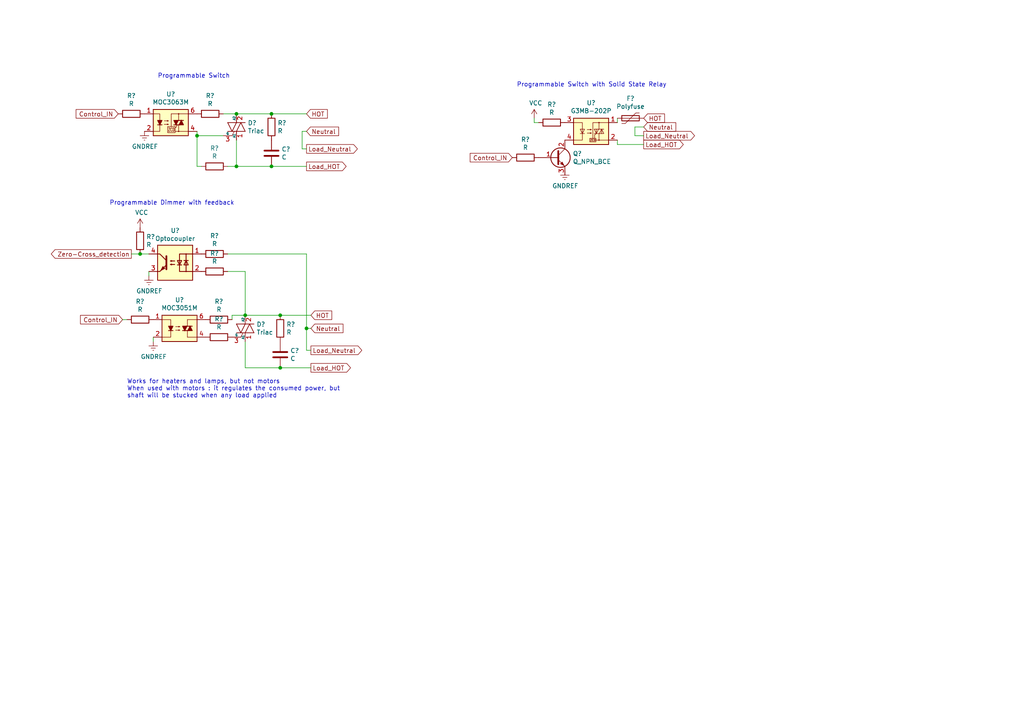
<source format=kicad_sch>
(kicad_sch (version 20211123) (generator eeschema)
  (paper "A4")
  (lib_symbols
    (symbol "Device:C" (pin_numbers hide) (pin_names (offset 0.254))
      (property "Reference" "C" (at 0.635 2.54 0))
      (property "Value" "C" (at 0.635 -2.54 0))
      (symbol "C_0_1"
        (polyline (pts (xy -2.032 -0.762) (xy 2.032 -0.762)) (stroke (width 0.508)))
        (polyline (pts (xy -2.032 0.762) (xy 2.032 0.762)) (stroke (width 0.508)))
      )
      (symbol "C_1_1"
        (pin passive line (at 0 3.81 270) (length 2.794) (name "~") (number "1"))
        (pin passive line (at 0 -3.81 90) (length 2.794) (name "~") (number "2"))
      )
    )
    (symbol "Device:Polyfuse" (pin_numbers hide) (pin_names (offset 0))
      (property "Reference" "F" (at -2.54 0 90))
      (property "Value" "Polyfuse" (at 2.54 0 90))
      (symbol "Polyfuse_0_1"
        (rectangle (start -0.762 2.54) (end 0.762 -2.54) (stroke (width 0.254)))
        (polyline (pts (xy 0 2.54) (xy 0 -2.54)))
        (polyline (pts (xy -1.524 2.54) (xy -1.524 1.524) (xy 1.524 -1.524) (xy 1.524 -2.54)))
      )
      (symbol "Polyfuse_1_1"
        (pin passive line (at 0 3.81 270) (length 1.27) (name "~") (number "1"))
        (pin passive line (at 0 -3.81 90) (length 1.27) (name "~") (number "2"))
      )
    )
    (symbol "Device:Q_NPN_BCE" (pin_names (offset 0) hide)
      (property "Reference" "Q" (at 5.08 1.27 0))
      (property "Value" "Q_NPN_BCE" (at 5.08 -1.27 0))
      (symbol "Q_NPN_BCE_0_1"
        (polyline (pts (xy 0.635 0.635) (xy 2.54 2.54)))
        (polyline (pts (xy 0.635 -0.635) (xy 2.54 -2.54) (xy 2.54 -2.54)))
        (polyline (pts (xy 0.635 1.905) (xy 0.635 -1.905) (xy 0.635 -1.905)) (stroke (width 0.508)))
        (polyline (pts (xy 1.27 -1.778) (xy 1.778 -1.27) (xy 2.286 -2.286) (xy 1.27 -1.778) (xy 1.27 -1.778)) (fill (type outline)))
        (circle (center 1.27 0) (radius 2.8194) (stroke (width 0.254)))
      )
      (symbol "Q_NPN_BCE_1_1"
        (pin input line (at -5.08 0 0) (length 5.715) (name "B") (number "1"))
        (pin passive line (at 2.54 5.08 270) (length 2.54) (name "C") (number "2"))
        (pin passive line (at 2.54 -5.08 90) (length 2.54) (name "E") (number "3"))
      )
    )
    (symbol "Device:Q_TRIAC_A1A2G" (pin_names (offset 0))
      (property "Reference" "D" (at 3.175 0.635 0))
      (property "Value" "Q_TRIAC_A1A2G" (at 3.175 -1.27 0))
      (symbol "Q_TRIAC_A1A2G_0_1"
        (polyline (pts (xy -2.54 -1.27) (xy 2.54 -1.27)) (stroke (width 0.2032)))
        (polyline (pts (xy -2.54 1.27) (xy 2.54 1.27)) (stroke (width 0.2032)))
        (polyline (pts (xy -1.27 -2.54) (xy -0.635 -1.27)))
        (polyline (pts (xy -2.54 1.27) (xy -1.27 -1.27) (xy 0 1.27)) (stroke (width 0.2032)))
        (polyline (pts (xy 0 -1.27) (xy 1.27 1.27) (xy 2.54 -1.27)) (stroke (width 0.2032)))
      )
      (symbol "Q_TRIAC_A1A2G_1_1"
        (pin passive line (at 0 -3.81 90) (length 2.54) (name "A1") (number "1"))
        (pin passive line (at 0 3.81 270) (length 2.54) (name "A2") (number "2"))
        (pin input line (at -3.81 -2.54 0) (length 2.54) (name "G") (number "3"))
      )
    )
    (symbol "Device:R" (pin_numbers hide) (pin_names (offset 0))
      (property "Reference" "R" (at 2.032 0 90))
      (property "Value" "R" (at 0 0 90))
      (symbol "R_0_1"
        (rectangle (start -1.016 -2.54) (end 1.016 2.54) (stroke (width 0.254)))
      )
      (symbol "R_1_1"
        (pin passive line (at 0 3.81 270) (length 1.27) (name "~") (number "1"))
        (pin passive line (at 0 -3.81 90) (length 1.27) (name "~") (number "2"))
      )
    )
    (symbol "Isolator:SFH6206-1T" (pin_names (offset 1.016))
      (property "Reference" "U" (at -4.064 6.35 0))
      (property "Value" "SFH6206-1T" (at -5.334 -6.604 0))
      (symbol "SFH6206-1T_1_1"
        (rectangle (start -5.08 5.08) (end 5.08 -5.08) (stroke (width 0.254)) (fill (type background)))
        (circle (center -3.175 -2.54) (radius 0.127))
        (circle (center -3.175 2.54) (radius 0.127))
        (polyline (pts (xy -3.81 0.635) (xy -2.54 0.635)) (stroke (width 0.254)))
        (polyline (pts (xy -1.905 -0.635) (xy -0.635 -0.635)) (stroke (width 0.254)))
        (polyline (pts (xy 2.54 1.905) (xy 2.54 -1.905) (xy 2.54 -1.905)) (stroke (width 0.508)))
        (polyline (pts (xy 5.08 -2.54) (xy 4.445 -2.54) (xy 2.54 -0.635)) (stroke (width 0.254)))
        (polyline (pts (xy 5.08 2.54) (xy 4.445 2.54) (xy 2.54 0.635)) (stroke (width 0.254)))
        (polyline (pts (xy -5.08 2.54) (xy -3.175 2.54) (xy -3.175 -2.54) (xy -5.08 -2.54)) (stroke (width 0.254)))
        (polyline (pts (xy -3.175 -2.54) (xy -1.27 -2.54) (xy -1.27 2.54) (xy -3.175 2.54)) (stroke (width 0.254)))
        (polyline (pts (xy -3.175 0.635) (xy -3.81 -0.635) (xy -2.54 -0.635) (xy -3.175 0.635)) (stroke (width 0.254)))
        (polyline (pts (xy -1.27 -0.635) (xy -1.905 0.635) (xy -0.635 0.635) (xy -1.27 -0.635)) (stroke (width 0.254)))
        (polyline (pts (xy 0.127 -0.508) (xy 1.397 -0.508) (xy 1.016 -0.635) (xy 1.016 -0.381) (xy 1.397 -0.508)) (stroke (width 0.254)))
        (polyline (pts (xy 0.127 0.508) (xy 1.397 0.508) (xy 1.016 0.381) (xy 1.016 0.635) (xy 1.397 0.508)) (stroke (width 0.254)))
        (polyline (pts (xy 3.048 -1.651) (xy 3.556 -1.143) (xy 4.064 -2.159) (xy 3.048 -1.651) (xy 3.048 -1.651)) (stroke (width 0.254)) (fill (type outline)))
        (pin passive line (at -7.62 2.54 0) (length 2.54) (name "~") (number "1"))
        (pin passive line (at -7.62 -2.54 0) (length 2.54) (name "~") (number "2"))
        (pin passive line (at 7.62 -2.54 180) (length 2.54) (name "~") (number "3"))
        (pin passive line (at 7.62 2.54 180) (length 2.54) (name "~") (number "4"))
      )
    )
    (symbol "Relay_SolidState:S102S02"
      (property "Reference" "U" (at -5.08 5.08 0))
      (property "Value" "S102S02" (at 0 5.08 0))
      (symbol "S102S02_0_0"
        (rectangle (start -0.381 -2.032) (end 1.397 -3.048))
        (polyline (pts (xy 2.286 -2.54) (xy 1.397 -2.54)))
        (polyline (pts (xy 1.524 -0.635) (xy 1.016 -1.016) (xy 1.016 -2.032)))
        (text "ZCD" (at 0.508 -2.54 0) (effects (font (size 0.508 0.508))))
      )
      (symbol "S102S02_0_1"
        (rectangle (start -5.08 3.81) (end 5.08 -3.81) (stroke (width 0.254)) (fill (type background)))
        (polyline (pts (xy -3.175 -0.635) (xy -1.905 -0.635)))
        (polyline (pts (xy 1.524 -0.635) (xy 1.524 0.635)))
        (polyline (pts (xy 3.048 0.635) (xy 3.048 -0.635)))
        (polyline (pts (xy 2.286 -0.635) (xy 2.286 -2.54) (xy 5.08 -2.54)))
        (polyline (pts (xy 2.286 0.635) (xy 2.286 2.54) (xy 5.08 2.54)))
        (polyline (pts (xy 2.286 2.54) (xy 0.508 2.54) (xy 0.508 -2.032)))
        (polyline (pts (xy -5.08 2.54) (xy -2.54 2.54) (xy -2.54 -2.54) (xy -5.08 -2.54)))
        (polyline (pts (xy -2.54 -0.635) (xy -3.175 0.635) (xy -1.905 0.635) (xy -2.54 -0.635)))
        (polyline (pts (xy 0.889 -0.635) (xy 3.683 -0.635) (xy 3.048 0.635) (xy 2.413 -0.635)))
        (polyline (pts (xy 3.683 0.635) (xy 0.889 0.635) (xy 1.524 -0.635) (xy 2.159 0.635)))
        (polyline (pts (xy -1.143 -0.508) (xy 0.127 -0.508) (xy -0.254 -0.635) (xy -0.254 -0.381) (xy 0.127 -0.508)))
        (polyline (pts (xy -1.143 0.508) (xy 0.127 0.508) (xy -0.254 0.381) (xy -0.254 0.635) (xy 0.127 0.508)))
        (circle (center 2.286 -2.54) (radius 0.127))
        (circle (center 2.286 2.54) (radius 0.127))
      )
      (symbol "S102S02_1_1"
        (pin passive line (at 7.62 2.54 180) (length 2.54) (name "~") (number "1"))
        (pin passive line (at 7.62 -2.54 180) (length 2.54) (name "~") (number "2"))
        (pin passive line (at -7.62 2.54 0) (length 2.54) (name "~") (number "3"))
        (pin passive line (at -7.62 -2.54 0) (length 2.54) (name "~") (number "4"))
      )
    )
    (symbol "ac_control-rescue:MOC3051M-Relay_SolidState" (pin_names (offset 1.016))
      (property "Reference" "U" (at -5.334 4.826 0))
      (property "Value" "MOC3051M-Relay_SolidState" (at 0 5.08 0))
      (symbol "MOC3051M-Relay_SolidState_0_1"
        (rectangle (start -5.08 3.81) (end 5.08 -3.81) (stroke (width 0.254)) (fill (type background)))
        (polyline (pts (xy -3.175 -0.635) (xy -1.905 -0.635)) (stroke (width 0.254)))
        (polyline (pts (xy 1.905 0.635) (xy 3.683 0.635)) (stroke (width 0.254)))
        (polyline (pts (xy 2.286 -2.54) (xy 2.286 -0.635)))
        (polyline (pts (xy 2.286 -2.54) (xy 5.08 -2.54)))
        (polyline (pts (xy 2.286 2.54) (xy 2.286 0.635)))
        (polyline (pts (xy 2.286 2.54) (xy 5.08 2.54)))
        (polyline (pts (xy 2.667 -0.635) (xy 0.889 -0.635)) (stroke (width 0.254)))
        (polyline (pts (xy -5.08 2.54) (xy -2.54 2.54) (xy -2.54 0.635)))
        (polyline (pts (xy -2.54 -0.635) (xy -2.54 -2.54) (xy -5.08 -2.54)))
        (polyline (pts (xy -2.54 -0.635) (xy -3.175 0.635) (xy -1.905 0.635) (xy -2.54 -0.635)) (stroke (width 0.254)) (fill (type outline)))
        (polyline (pts (xy 1.524 -0.635) (xy 2.159 0.635) (xy 0.889 0.635) (xy 1.524 -0.635)) (stroke (width 0.254)) (fill (type outline)))
        (polyline (pts (xy 3.048 0.635) (xy 2.413 -0.635) (xy 3.683 -0.635) (xy 3.048 0.635)) (stroke (width 0.254)) (fill (type outline)))
        (polyline (pts (xy -1.143 -0.508) (xy 0.127 -0.508) (xy -0.254 -0.635) (xy -0.254 -0.381) (xy 0.127 -0.508)))
        (polyline (pts (xy -1.143 0.508) (xy 0.127 0.508) (xy -0.254 0.381) (xy -0.254 0.635) (xy 0.127 0.508)))
      )
      (symbol "MOC3051M-Relay_SolidState_1_1"
        (pin passive line (at -7.62 2.54 0) (length 2.54) (name "~") (number "1"))
        (pin passive line (at -7.62 -2.54 0) (length 2.54) (name "~") (number "2"))
        (pin no_connect line (at -7.62 0 0) (length 2.54) hide (name "NC") (number "3"))
        (pin passive line (at 7.62 -2.54 180) (length 2.54) (name "~") (number "4"))
        (pin no_connect line (at 7.62 0 180) (length 2.54) hide (name "NC") (number "5"))
        (pin passive line (at 7.62 2.54 180) (length 2.54) (name "~") (number "6"))
      )
    )
    (symbol "ac_control-rescue:MOC3063M-Relay_SolidState" (pin_names (offset 1.016))
      (property "Reference" "U" (at -5.08 5.08 0))
      (property "Value" "MOC3063M-Relay_SolidState" (at 0 5.08 0))
      (symbol "MOC3063M-Relay_SolidState_0_1"
        (rectangle (start -5.08 3.81) (end 5.08 -3.81) (stroke (width 0.254)) (fill (type background)))
        (polyline (pts (xy -3.81 -0.635) (xy -2.54 -0.635)) (stroke (width 0.254)))
        (polyline (pts (xy 0.127 -1.143) (xy 0.127 2.54)))
        (polyline (pts (xy 0.127 2.54) (xy 2.286 2.54)))
        (polyline (pts (xy 1.905 0.635) (xy 3.683 0.635)) (stroke (width 0.254)))
        (polyline (pts (xy 2.286 -2.54) (xy 1.27 -2.54)))
        (polyline (pts (xy 2.286 -2.54) (xy 2.286 -0.635)))
        (polyline (pts (xy 2.286 -2.54) (xy 5.08 -2.54)))
        (polyline (pts (xy 2.286 2.54) (xy 2.286 0.635)))
        (polyline (pts (xy 2.286 2.54) (xy 5.08 2.54)))
        (polyline (pts (xy 2.667 -0.635) (xy 0.889 -0.635)) (stroke (width 0.254)))
        (polyline (pts (xy -5.08 2.54) (xy -3.175 2.54) (xy -3.175 0.635)))
        (polyline (pts (xy -3.175 -0.635) (xy -3.175 -2.54) (xy -5.08 -2.54)))
        (polyline (pts (xy 1.905 -0.635) (xy 1.524 -1.397) (xy 1.27 -1.397)))
        (polyline (pts (xy -3.175 -0.635) (xy -3.81 0.635) (xy -2.54 0.635) (xy -3.175 -0.635)) (stroke (width 0.254)) (fill (type outline)))
        (polyline (pts (xy -0.635 -1.524) (xy -0.254 -1.524) (xy -0.635 -2.54) (xy -0.254 -2.54)))
        (polyline (pts (xy 0 -1.651) (xy 0.127 -1.524) (xy 0.254 -1.524) (xy 0.381 -1.651)))
        (polyline (pts (xy 1.524 -0.635) (xy 2.159 0.635) (xy 0.889 0.635) (xy 1.524 -0.635)) (stroke (width 0.254)) (fill (type outline)))
        (polyline (pts (xy 3.048 0.635) (xy 2.413 -0.635) (xy 3.683 -0.635) (xy 3.048 0.635)) (stroke (width 0.254)) (fill (type outline)))
        (polyline (pts (xy -1.905 -0.508) (xy -0.635 -0.508) (xy -1.016 -0.635) (xy -1.016 -0.381) (xy -0.635 -0.508)))
        (polyline (pts (xy -1.905 0.508) (xy -0.635 0.508) (xy -1.016 0.381) (xy -1.016 0.635) (xy -0.635 0.508)))
        (polyline (pts (xy -0.889 -1.143) (xy -0.889 -2.921) (xy 1.27 -2.921) (xy 1.27 -1.143) (xy -0.889 -1.143)))
        (polyline (pts (xy 0.381 -2.413) (xy 0.254 -2.54) (xy 0.127 -2.54) (xy 0 -2.413) (xy 0 -1.651)))
        (polyline (pts (xy 0.635 -1.524) (xy 0.635 -2.54) (xy 0.889 -2.54) (xy 1.016 -2.413) (xy 1.016 -1.651) (xy 0.889 -1.524) (xy 0.635 -1.524)))
        (circle (center 2.286 -2.54) (radius 0.127))
        (circle (center 2.286 2.54) (radius 0.127))
      )
      (symbol "MOC3063M-Relay_SolidState_1_1"
        (pin passive line (at -7.62 2.54 0) (length 2.54) (name "~") (number "1"))
        (pin passive line (at -7.62 -2.54 0) (length 2.54) (name "~") (number "2"))
        (pin no_connect line (at -7.62 0 0) (length 2.54) hide (name "NC") (number "3"))
        (pin passive line (at 7.62 -2.54 180) (length 2.54) (name "~") (number "4"))
        (pin no_connect line (at 7.62 0 180) (length 2.54) hide (name "NC") (number "5"))
        (pin passive line (at 7.62 2.54 180) (length 2.54) (name "~") (number "6"))
      )
    )
    (symbol "power:GNDREF" (power) (pin_names (offset 0))
      (property "Value" "GNDREF" (at 0 -3.81 0))
      (symbol "GNDREF_0_1"
        (polyline (pts (xy -0.635 -1.905) (xy 0.635 -1.905)))
        (polyline (pts (xy -0.127 -2.54) (xy 0.127 -2.54)))
        (polyline (pts (xy 0 -1.27) (xy 0 0)))
        (polyline (pts (xy 1.27 -1.27) (xy -1.27 -1.27)))
      )
      (symbol "GNDREF_1_1"
        (pin power_in line (at 0 0 270) (length 0) hide (name "GNDREF") (number "1"))
      )
    )
    (symbol "power:VCC" (power) (pin_names (offset 0))
      (property "Value" "VCC" (at 0 3.81 0))
      (symbol "VCC_0_1"
        (polyline (pts (xy -0.762 1.27) (xy 0 2.54)))
        (polyline (pts (xy 0 0) (xy 0 2.54)))
        (polyline (pts (xy 0 2.54) (xy 0.762 1.27)))
      )
      (symbol "VCC_1_1"
        (pin power_in line (at 0 0 90) (length 0) hide (name "VCC") (number "1"))
      )
    )
  )
  (junction (at 71.12 91.44))
  (junction (at 81.28 106.68))
  (junction (at 81.28 91.44))
  (junction (at 57.15 39.37))
  (junction (at 68.58 33.02))
  (junction (at 88.9 95.25))
  (junction (at 78.74 48.26))
  (junction (at 68.58 48.26))
  (junction (at 40.64 73.66))
  (junction (at 78.74 33.02))
  (wire (pts (xy 66.04 48.26) (xy 68.58 48.26)))
  (wire (pts (xy 154.94 35.56) (xy 154.94 34.29)))
  (wire (pts (xy 81.28 91.44) (xy 71.12 91.44)))
  (wire (pts (xy 184.15 39.37) (xy 184.15 36.83)))
  (wire (pts (xy 156.21 35.56) (xy 154.94 35.56)))
  (wire (pts (xy 184.15 36.83) (xy 186.69 36.83)))
  (wire (pts (xy 67.31 92.71) (xy 67.31 91.44)))
  (wire (pts (xy 78.74 33.02) (xy 68.58 33.02)))
  (wire (pts (xy 71.12 99.06) (xy 71.12 106.68)))
  (wire (pts (xy 87.63 38.1) (xy 87.63 43.18)))
  (wire (pts (xy 88.9 95.25) (xy 88.9 101.6)))
  (wire (pts (xy 44.45 99.06) (xy 44.45 97.79)))
  (wire (pts (xy 66.04 78.74) (xy 71.12 78.74)))
  (wire (pts (xy 57.15 38.1) (xy 57.15 39.37)))
  (wire (pts (xy 64.77 39.37) (xy 57.15 39.37)))
  (wire (pts (xy 88.9 33.02) (xy 78.74 33.02)))
  (wire (pts (xy 90.17 91.44) (xy 81.28 91.44)))
  (wire (pts (xy 43.18 78.74) (xy 43.18 80.01)))
  (wire (pts (xy 57.15 48.26) (xy 58.42 48.26)))
  (wire (pts (xy 67.31 91.44) (xy 71.12 91.44)))
  (wire (pts (xy 88.9 48.26) (xy 78.74 48.26)))
  (wire (pts (xy 38.1 73.66) (xy 40.64 73.66)))
  (wire (pts (xy 88.9 95.25) (xy 88.9 73.66)))
  (wire (pts (xy 179.07 40.64) (xy 179.07 41.91)))
  (wire (pts (xy 71.12 106.68) (xy 81.28 106.68)))
  (wire (pts (xy 90.17 95.25) (xy 88.9 95.25)))
  (wire (pts (xy 64.77 33.02) (xy 68.58 33.02)))
  (wire (pts (xy 35.56 92.71) (xy 36.83 92.71)))
  (wire (pts (xy 88.9 73.66) (xy 66.04 73.66)))
  (wire (pts (xy 68.58 40.64) (xy 68.58 48.26)))
  (wire (pts (xy 43.18 73.66) (xy 40.64 73.66)))
  (wire (pts (xy 68.58 48.26) (xy 78.74 48.26)))
  (wire (pts (xy 88.9 38.1) (xy 87.63 38.1)))
  (wire (pts (xy 88.9 101.6) (xy 90.17 101.6)))
  (wire (pts (xy 186.69 39.37) (xy 184.15 39.37)))
  (wire (pts (xy 57.15 39.37) (xy 57.15 48.26)))
  (wire (pts (xy 179.07 35.56) (xy 179.07 34.29)))
  (wire (pts (xy 179.07 41.91) (xy 186.69 41.91)))
  (wire (pts (xy 87.63 43.18) (xy 88.9 43.18)))
  (wire (pts (xy 90.17 106.68) (xy 81.28 106.68)))
  (wire (pts (xy 71.12 78.74) (xy 71.12 91.44)))
  (text "Programmable Dimmer with feedback" (at 31.75 59.69 0) (effects (font (size 1.27 1.27)) (justify left bottom)))
  (text "Programmable Switch with Solid State Relay" (at 149.86 25.4 0) (effects (font (size 1.27 1.27)) (justify left bottom)))
  (text "Works for heaters and lamps, but not motors\nWhen used with motors : it regulates the consumed power, but \nshaft will be stucked when any load applied" (at 36.83 115.57 0) (effects (font (size 1.27 1.27)) (justify left bottom)))
  (text "Programmable Switch" (at 45.72 22.86 0) (effects (font (size 1.27 1.27)) (justify left bottom)))
  (global_label "HOT" (shape input) (at 90.17 91.44 0) (property "Intersheet References" "${INTERSHEET_REFS}" (effects hide)))
  (global_label "Load_HOT" (shape output) (at 186.69 41.91 0) (property "Intersheet References" "${INTERSHEET_REFS}" (effects hide)))
  (global_label "Load_Neutral" (shape output) (at 90.17 101.6 0) (property "Intersheet References" "${INTERSHEET_REFS}" (effects hide)))
  (global_label "Control_IN" (shape input) (at 35.56 92.71 180) (property "Intersheet References" "${INTERSHEET_REFS}" (effects hide)))
  (global_label "Neutral" (shape input) (at 186.69 36.83 0) (property "Intersheet References" "${INTERSHEET_REFS}" (effects hide)))
  (global_label "Load_Neutral" (shape output) (at 88.9 43.18 0) (property "Intersheet References" "${INTERSHEET_REFS}" (effects hide)))
  (global_label "Load_HOT" (shape output) (at 88.9 48.26 0) (property "Intersheet References" "${INTERSHEET_REFS}" (effects hide)))
  (global_label "HOT" (shape input) (at 186.69 34.29 0) (property "Intersheet References" "${INTERSHEET_REFS}" (effects hide)))
  (global_label "Neutral" (shape input) (at 90.17 95.25 0) (property "Intersheet References" "${INTERSHEET_REFS}" (effects hide)))
  (global_label "Load_HOT" (shape output) (at 90.17 106.68 0) (property "Intersheet References" "${INTERSHEET_REFS}" (effects hide)))
  (global_label "Control_IN" (shape input) (at 34.29 33.02 180) (property "Intersheet References" "${INTERSHEET_REFS}" (effects hide)))
  (global_label "Neutral" (shape input) (at 88.9 38.1 0) (property "Intersheet References" "${INTERSHEET_REFS}" (effects hide)))
  (global_label "Zero-Cross_detection" (shape output) (at 38.1 73.66 180) (property "Intersheet References" "${INTERSHEET_REFS}" (effects hide)))
  (global_label "Control_IN" (shape input) (at 148.59 45.72 180) (property "Intersheet References" "${INTERSHEET_REFS}" (effects hide)))
  (global_label "HOT" (shape input) (at 88.9 33.02 0) (property "Intersheet References" "${INTERSHEET_REFS}" (effects hide)))
  (global_label "Load_Neutral" (shape output) (at 186.69 39.37 0) (property "Intersheet References" "${INTERSHEET_REFS}" (effects hide)))
  (symbol (lib_id "Isolator:SFH6206-1T") (at 50.8 76.2 0) (mirror y) (unit 1)
    (property "Reference" "U?" (at 50.8 66.8782 0))
    (property "Value" "Optocoupler" (at 50.8 69.1896 0))
    (property "Footprint" "Package_DIP:SMDIP-4_W9.53mm_Clearance8mm" (effects hide))
    (property "Datasheet" "http://www.vishay.com/docs/83675/sfh620a.pdf" (effects hide))
  )
  (symbol (lib_id "ac_control-rescue:MOC3051M-Relay_SolidState") (at 52.07 95.25 0) (unit 1)
    (property "Reference" "U?" (at 52.07 86.995 0))
    (property "Value" "MOC3051M" (at 52.07 89.3064 0))
    (property "Datasheet" "http://www.fairchildsemi.com/ds/MO/MOC3052M.pdf" (effects hide))
  )
  (symbol (lib_id "Device:R") (at 62.23 73.66 270) (unit 1)
    (property "Reference" "R?" (at 62.23 68.4022 90))
    (property "Value" "R" (at 62.23 70.7136 90))
  )
  (symbol (lib_id "Device:R") (at 62.23 78.74 270) (unit 1)
    (property "Reference" "R?" (at 62.23 73.4822 90))
    (property "Value" "R" (at 62.23 75.7936 90))
  )
  (symbol (lib_id "Device:R") (at 63.5 92.71 270) (unit 1)
    (property "Reference" "R?" (at 63.5 87.4522 90))
    (property "Value" "R" (at 63.5 89.7636 90))
  )
  (symbol (lib_id "Device:R") (at 63.5 97.79 270) (unit 1)
    (property "Reference" "R?" (at 63.5 92.5322 90))
    (property "Value" "R" (at 63.5 94.8436 90))
  )
  (symbol (lib_id "Device:Q_TRIAC_A1A2G") (at 71.12 95.25 0) (unit 1)
    (property "Reference" "D?" (at 74.3966 94.0816 0) (effects (justify left)))
    (property "Value" "Triac" (at 74.3966 96.393 0) (effects (justify left)))
  )
  (symbol (lib_id "Device:R") (at 81.28 95.25 180) (unit 1)
    (property "Reference" "R?" (at 83.058 94.0816 0) (effects (justify right)))
    (property "Value" "R" (at 83.058 96.393 0) (effects (justify right)))
  )
  (symbol (lib_id "Device:C") (at 81.28 102.87 0) (unit 1)
    (property "Reference" "C?" (at 84.201 101.7016 0) (effects (justify left)))
    (property "Value" "C" (at 84.201 104.013 0) (effects (justify left)))
  )
  (symbol (lib_id "power:GNDREF") (at 43.18 80.01 0) (unit 1)
    (property "Reference" "#PWR?" (effects hide))
    (property "Value" "GNDREF" (at 43.307 84.4042 0))
  )
  (symbol (lib_id "power:VCC") (at 40.64 66.04 0) (unit 1)
    (property "Reference" "#PWR?" (effects hide))
    (property "Value" "VCC" (at 41.0718 61.6458 0))
  )
  (symbol (lib_id "Device:R") (at 40.64 69.85 180) (unit 1)
    (property "Reference" "R?" (at 42.418 68.6816 0) (effects (justify right)))
    (property "Value" "R" (at 42.418 70.993 0) (effects (justify right)))
  )
  (symbol (lib_id "Device:R") (at 40.64 92.71 90) (unit 1)
    (property "Reference" "R?" (at 40.64 87.4522 90))
    (property "Value" "R" (at 40.64 89.7636 90))
  )
  (symbol (lib_id "power:GNDREF") (at 44.45 99.06 0) (unit 1)
    (property "Reference" "#PWR?" (effects hide))
    (property "Value" "GNDREF" (at 44.577 103.4542 0))
  )
  (symbol (lib_id "Device:Q_TRIAC_A1A2G") (at 68.58 36.83 0) (unit 1)
    (property "Reference" "D?" (at 71.8566 35.6616 0) (effects (justify left)))
    (property "Value" "Triac" (at 71.8566 37.973 0) (effects (justify left)))
  )
  (symbol (lib_id "Device:R") (at 60.96 33.02 270) (unit 1)
    (property "Reference" "R?" (at 60.96 27.7622 90))
    (property "Value" "R" (at 60.96 30.0736 90))
  )
  (symbol (lib_id "Device:R") (at 62.23 48.26 270) (unit 1)
    (property "Reference" "R?" (at 62.23 43.0022 90))
    (property "Value" "R" (at 62.23 45.3136 90))
  )
  (symbol (lib_id "ac_control-rescue:MOC3063M-Relay_SolidState") (at 49.53 35.56 0) (unit 1)
    (property "Reference" "U?" (at 49.53 27.305 0))
    (property "Value" "MOC3063M" (at 49.53 29.6164 0))
    (property "Datasheet" "http://www.fairchildsemi.com/ds/MO/MOC3061M.pdf" (effects hide))
  )
  (symbol (lib_id "Device:R") (at 78.74 36.83 180) (unit 1)
    (property "Reference" "R?" (at 80.518 35.6616 0) (effects (justify right)))
    (property "Value" "R" (at 80.518 37.973 0) (effects (justify right)))
  )
  (symbol (lib_id "Device:C") (at 78.74 44.45 0) (unit 1)
    (property "Reference" "C?" (at 81.661 43.2816 0) (effects (justify left)))
    (property "Value" "C" (at 81.661 45.593 0) (effects (justify left)))
  )
  (symbol (lib_id "Device:R") (at 38.1 33.02 90) (unit 1)
    (property "Reference" "R?" (at 38.1 27.7622 90))
    (property "Value" "R" (at 38.1 30.0736 90))
  )
  (symbol (lib_id "power:GNDREF") (at 41.91 38.1 0) (unit 1)
    (property "Reference" "#PWR?" (effects hide))
    (property "Value" "GNDREF" (at 42.037 42.4942 0))
  )
  (symbol (lib_id "Relay_SolidState:S102S02") (at 171.45 38.1 0) (unit 1)
    (property "Reference" "U?" (at 171.45 29.845 0))
    (property "Value" "G3MB-202P" (at 171.45 32.1564 0))
    (property "Footprint" "Package_SIP:SIP4_Sharp-SSR_P7.62mm_Straight" (effects hide))
    (property "Datasheet" "http://www.sharp-world.com/products/device/lineup/data/pdf/datasheet/s102s02_e.pdf" (effects hide))
  )
  (symbol (lib_id "Device:Q_NPN_BCE") (at 161.29 45.72 0) (unit 1)
    (property "Reference" "Q?" (at 166.1414 44.5516 0) (effects (justify left)))
    (property "Value" "Q_NPN_BCE" (at 166.1414 46.863 0) (effects (justify left)))
  )
  (symbol (lib_id "Device:R") (at 160.02 35.56 270) (unit 1)
    (property "Reference" "R?" (at 160.02 30.3022 90))
    (property "Value" "R" (at 160.02 32.6136 90))
  )
  (symbol (lib_id "Device:R") (at 152.4 45.72 270) (unit 1)
    (property "Reference" "R?" (at 152.4 40.4622 90))
    (property "Value" "R" (at 152.4 42.7736 90))
  )
  (symbol (lib_id "power:GNDREF") (at 163.83 49.53 0) (unit 1)
    (property "Reference" "#PWR?" (effects hide))
    (property "Value" "GNDREF" (at 163.957 53.9242 0))
  )
  (symbol (lib_id "power:VCC") (at 154.94 34.29 0) (unit 1)
    (property "Reference" "#PWR?" (effects hide))
    (property "Value" "VCC" (at 155.3718 29.8958 0))
  )
  (symbol (lib_id "Device:Polyfuse") (at 182.88 34.29 270) (unit 1)
    (property "Reference" "F?" (at 182.88 28.575 90))
    (property "Value" "Polyfuse" (at 182.88 30.8864 90))
  )
)
</source>
